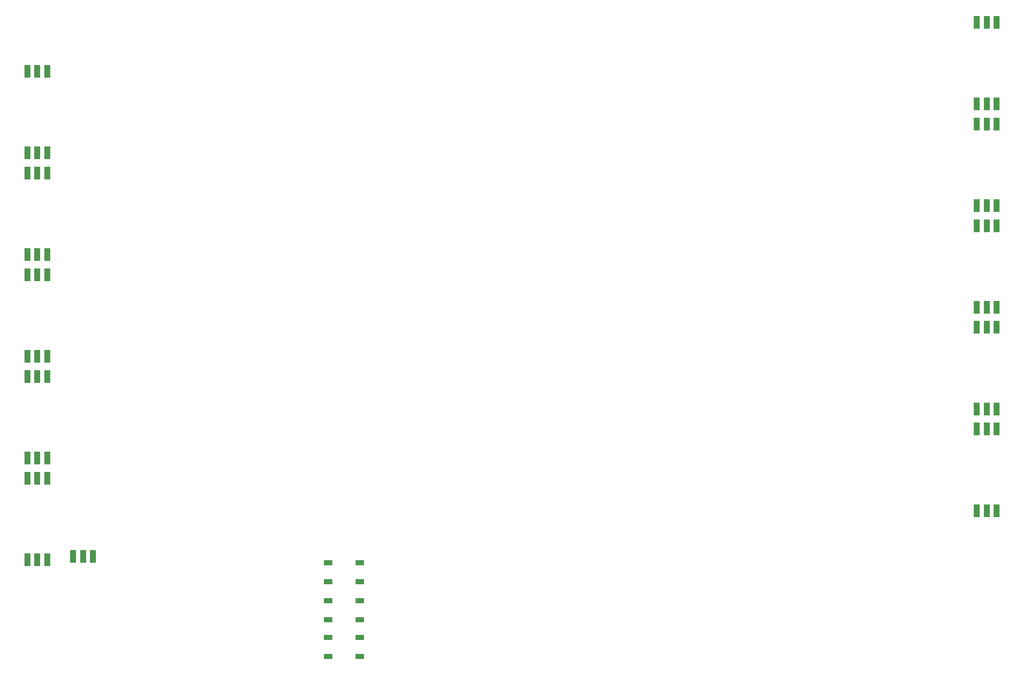
<source format=gbp>
G04 #@! TF.GenerationSoftware,KiCad,Pcbnew,(6.0.2)*
G04 #@! TF.CreationDate,2022-08-28T20:21:12+12:00*
G04 #@! TF.ProjectId,Wordclock,576f7264-636c-46f6-936b-2e6b69636164,1*
G04 #@! TF.SameCoordinates,Original*
G04 #@! TF.FileFunction,Paste,Bot*
G04 #@! TF.FilePolarity,Positive*
%FSLAX46Y46*%
G04 Gerber Fmt 4.6, Leading zero omitted, Abs format (unit mm)*
G04 Created by KiCad (PCBNEW (6.0.2)) date 2022-08-28 20:21:12*
%MOMM*%
%LPD*%
G01*
G04 APERTURE LIST*
%ADD10R,1.200000X2.500000*%
%ADD11R,1.700000X1.000000*%
G04 APERTURE END LIST*
D10*
X235625000Y-44850000D03*
X233625000Y-44850000D03*
X231625000Y-44850000D03*
X235625000Y-85650000D03*
X233625000Y-85650000D03*
X231625000Y-85650000D03*
X41275000Y-79150000D03*
X43275000Y-79150000D03*
X45275000Y-79150000D03*
X41275000Y-99550000D03*
X43275000Y-99550000D03*
X45275000Y-99550000D03*
X41275000Y-119950000D03*
X43275000Y-119950000D03*
X45275000Y-119950000D03*
X235625000Y-89700000D03*
X233625000Y-89700000D03*
X231625000Y-89700000D03*
X41275000Y-115900000D03*
X43275000Y-115900000D03*
X45275000Y-115900000D03*
X50450000Y-135650000D03*
X52450000Y-135650000D03*
X54450000Y-135650000D03*
X41275000Y-136300000D03*
X43275000Y-136300000D03*
X45275000Y-136300000D03*
X41275000Y-54700000D03*
X43275000Y-54700000D03*
X45275000Y-54700000D03*
X235625000Y-110100000D03*
X233625000Y-110100000D03*
X231625000Y-110100000D03*
X41275000Y-58750000D03*
X43275000Y-58750000D03*
X45275000Y-58750000D03*
X41275000Y-38350000D03*
X43275000Y-38350000D03*
X45275000Y-38350000D03*
X235625000Y-48900000D03*
X233625000Y-48900000D03*
X231625000Y-48900000D03*
X235625000Y-106050000D03*
X233625000Y-106050000D03*
X231625000Y-106050000D03*
X235625000Y-65250000D03*
X233625000Y-65250000D03*
X231625000Y-65250000D03*
X41275000Y-75100000D03*
X43275000Y-75100000D03*
X45275000Y-75100000D03*
X235625000Y-28500000D03*
X233625000Y-28500000D03*
X231625000Y-28500000D03*
X235625000Y-126450000D03*
X233625000Y-126450000D03*
X231625000Y-126450000D03*
X41275000Y-95500000D03*
X43275000Y-95500000D03*
X45275000Y-95500000D03*
X235625000Y-69300000D03*
X233625000Y-69300000D03*
X231625000Y-69300000D03*
D11*
X107900000Y-144500000D03*
X101600000Y-144500000D03*
X107900000Y-148300000D03*
X101600000Y-148300000D03*
X101600000Y-151900000D03*
X107900000Y-151900000D03*
X107900000Y-155700000D03*
X101600000Y-155700000D03*
X107900000Y-136900000D03*
X101600000Y-136900000D03*
X107900000Y-140700000D03*
X101600000Y-140700000D03*
M02*

</source>
